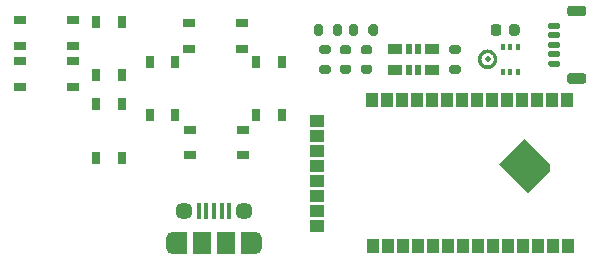
<source format=gbr>
%TF.GenerationSoftware,KiCad,Pcbnew,(5.1.9)-1*%
%TF.CreationDate,2021-08-08T21:49:21+01:00*%
%TF.ProjectId,glassphones - main pcb,676c6173-7370-4686-9f6e-6573202d206d,rev?*%
%TF.SameCoordinates,Original*%
%TF.FileFunction,Soldermask,Top*%
%TF.FilePolarity,Negative*%
%FSLAX46Y46*%
G04 Gerber Fmt 4.6, Leading zero omitted, Abs format (unit mm)*
G04 Created by KiCad (PCBNEW (5.1.9)-1) date 2021-08-08 21:49:21*
%MOMM*%
%LPD*%
G01*
G04 APERTURE LIST*
%ADD10R,1.219200X0.939800*%
%ADD11R,0.508000X0.939800*%
%ADD12R,0.400000X0.600000*%
%ADD13C,0.100000*%
%ADD14C,0.500000*%
%ADD15R,1.000000X0.750000*%
%ADD16R,0.750000X1.000000*%
%ADD17R,1.200000X1.900000*%
%ADD18O,1.200000X1.900000*%
%ADD19R,1.500000X1.900000*%
%ADD20C,1.450000*%
%ADD21R,0.400000X1.350000*%
%ADD22R,1.000000X1.200000*%
%ADD23R,1.200000X1.000000*%
G04 APERTURE END LIST*
%TO.C,J5*%
G36*
G01*
X186765000Y-43600000D02*
X186015000Y-43600000D01*
G75*
G02*
X185890000Y-43475000I0J125000D01*
G01*
X185890000Y-43225000D01*
G75*
G02*
X186015000Y-43100000I125000J0D01*
G01*
X186765000Y-43100000D01*
G75*
G02*
X186890000Y-43225000I0J-125000D01*
G01*
X186890000Y-43475000D01*
G75*
G02*
X186765000Y-43600000I-125000J0D01*
G01*
G37*
G36*
G01*
X186765000Y-42800000D02*
X186015000Y-42800000D01*
G75*
G02*
X185890000Y-42675000I0J125000D01*
G01*
X185890000Y-42425000D01*
G75*
G02*
X186015000Y-42300000I125000J0D01*
G01*
X186765000Y-42300000D01*
G75*
G02*
X186890000Y-42425000I0J-125000D01*
G01*
X186890000Y-42675000D01*
G75*
G02*
X186765000Y-42800000I-125000J0D01*
G01*
G37*
G36*
G01*
X186765000Y-42000000D02*
X186015000Y-42000000D01*
G75*
G02*
X185890000Y-41875000I0J125000D01*
G01*
X185890000Y-41625000D01*
G75*
G02*
X186015000Y-41500000I125000J0D01*
G01*
X186765000Y-41500000D01*
G75*
G02*
X186890000Y-41625000I0J-125000D01*
G01*
X186890000Y-41875000D01*
G75*
G02*
X186765000Y-42000000I-125000J0D01*
G01*
G37*
G36*
G01*
X186765000Y-41200000D02*
X186015000Y-41200000D01*
G75*
G02*
X185890000Y-41075000I0J125000D01*
G01*
X185890000Y-40825000D01*
G75*
G02*
X186015000Y-40700000I125000J0D01*
G01*
X186765000Y-40700000D01*
G75*
G02*
X186890000Y-40825000I0J-125000D01*
G01*
X186890000Y-41075000D01*
G75*
G02*
X186765000Y-41200000I-125000J0D01*
G01*
G37*
G36*
G01*
X186765000Y-40400000D02*
X186015000Y-40400000D01*
G75*
G02*
X185890000Y-40275000I0J125000D01*
G01*
X185890000Y-40025000D01*
G75*
G02*
X186015000Y-39900000I125000J0D01*
G01*
X186765000Y-39900000D01*
G75*
G02*
X186890000Y-40025000I0J-125000D01*
G01*
X186890000Y-40275000D01*
G75*
G02*
X186765000Y-40400000I-125000J0D01*
G01*
G37*
G36*
G01*
X188885000Y-45050000D02*
X187735000Y-45050000D01*
G75*
G02*
X187510000Y-44825000I0J225000D01*
G01*
X187510000Y-44375000D01*
G75*
G02*
X187735000Y-44150000I225000J0D01*
G01*
X188885000Y-44150000D01*
G75*
G02*
X189110000Y-44375000I0J-225000D01*
G01*
X189110000Y-44825000D01*
G75*
G02*
X188885000Y-45050000I-225000J0D01*
G01*
G37*
G36*
G01*
X188885000Y-39350000D02*
X187735000Y-39350000D01*
G75*
G02*
X187510000Y-39125000I0J225000D01*
G01*
X187510000Y-38675000D01*
G75*
G02*
X187735000Y-38450000I225000J0D01*
G01*
X188885000Y-38450000D01*
G75*
G02*
X189110000Y-38675000I0J-225000D01*
G01*
X189110000Y-39125000D01*
G75*
G02*
X188885000Y-39350000I-225000J0D01*
G01*
G37*
%TD*%
D10*
%TO.C,R2*%
X172950600Y-42136400D03*
D11*
X174106201Y-42136400D03*
X174906199Y-42136400D03*
D10*
X176049400Y-42136400D03*
X176049400Y-43863600D03*
D11*
X174906199Y-43863600D03*
X174106201Y-43863600D03*
D10*
X172950600Y-43863600D03*
%TD*%
D12*
%TO.C,U3*%
X182700000Y-41900000D03*
X182700000Y-44050000D03*
X182050000Y-41900000D03*
X182050000Y-44050000D03*
X183350000Y-41900000D03*
X183350000Y-44050000D03*
D13*
G36*
X180648947Y-43786071D02*
G01*
X180569541Y-43770276D01*
X180492066Y-43746774D01*
X180417267Y-43715791D01*
X180345865Y-43677626D01*
X180278548Y-43632646D01*
X180215964Y-43581285D01*
X180158715Y-43524036D01*
X180107354Y-43461452D01*
X180062374Y-43394135D01*
X180024209Y-43322733D01*
X179993226Y-43247934D01*
X179969724Y-43170459D01*
X179953929Y-43091053D01*
X179945994Y-43010481D01*
X179945994Y-42929519D01*
X179953929Y-42848947D01*
X179969724Y-42769541D01*
X179993226Y-42692066D01*
X180024209Y-42617267D01*
X180062374Y-42545865D01*
X180107354Y-42478548D01*
X180158715Y-42415964D01*
X180215964Y-42358715D01*
X180278548Y-42307354D01*
X180345865Y-42262374D01*
X180417267Y-42224209D01*
X180492066Y-42193226D01*
X180569541Y-42169724D01*
X180648947Y-42153929D01*
X180729519Y-42145994D01*
X180810481Y-42145994D01*
X180891053Y-42153929D01*
X180970459Y-42169724D01*
X181047934Y-42193226D01*
X181122733Y-42224209D01*
X181194135Y-42262374D01*
X181261452Y-42307354D01*
X181324036Y-42358715D01*
X181381285Y-42415964D01*
X181432646Y-42478548D01*
X181477626Y-42545865D01*
X181515791Y-42617267D01*
X181546774Y-42692066D01*
X181570276Y-42769541D01*
X181586071Y-42848947D01*
X181593069Y-42920000D01*
X181600000Y-42920000D01*
X181600000Y-42995761D01*
X181294368Y-42995761D01*
X181294368Y-42944239D01*
X181289318Y-42892967D01*
X181279266Y-42842435D01*
X181264311Y-42793133D01*
X181244594Y-42745534D01*
X181220308Y-42700096D01*
X181191684Y-42657258D01*
X181158999Y-42617432D01*
X181122568Y-42581001D01*
X181082742Y-42548316D01*
X181039904Y-42519692D01*
X180994466Y-42495406D01*
X180946867Y-42475689D01*
X180897565Y-42460734D01*
X180847033Y-42450682D01*
X180795761Y-42445632D01*
X180744239Y-42445632D01*
X180692967Y-42450682D01*
X180642435Y-42460734D01*
X180593133Y-42475689D01*
X180545534Y-42495406D01*
X180500096Y-42519692D01*
X180457258Y-42548316D01*
X180417432Y-42581001D01*
X180381001Y-42617432D01*
X180348316Y-42657258D01*
X180319692Y-42700096D01*
X180295406Y-42745534D01*
X180275689Y-42793133D01*
X180260734Y-42842435D01*
X180250682Y-42892967D01*
X180245632Y-42944239D01*
X180245632Y-42995761D01*
X180250682Y-43047033D01*
X180260734Y-43097565D01*
X180275689Y-43146867D01*
X180295406Y-43194466D01*
X180319692Y-43239904D01*
X180348316Y-43282742D01*
X180381001Y-43322568D01*
X180417432Y-43358999D01*
X180457258Y-43391684D01*
X180500096Y-43420308D01*
X180545534Y-43444594D01*
X180593133Y-43464311D01*
X180642435Y-43479266D01*
X180692967Y-43489318D01*
X180744239Y-43494368D01*
X180795761Y-43494368D01*
X180847033Y-43489318D01*
X180897565Y-43479266D01*
X180946867Y-43464311D01*
X180994466Y-43444594D01*
X181039904Y-43420308D01*
X181082742Y-43391684D01*
X181122568Y-43358999D01*
X181158999Y-43322568D01*
X181191684Y-43282742D01*
X181220308Y-43239904D01*
X181244594Y-43194466D01*
X181264311Y-43146867D01*
X181279266Y-43097565D01*
X181289318Y-43047033D01*
X181294368Y-42995761D01*
X181600000Y-42995761D01*
X181600000Y-43020000D01*
X181593069Y-43020000D01*
X181586071Y-43091053D01*
X181570276Y-43170459D01*
X181546774Y-43247934D01*
X181515791Y-43322733D01*
X181477626Y-43394135D01*
X181432646Y-43461452D01*
X181381285Y-43524036D01*
X181324036Y-43581285D01*
X181261452Y-43632646D01*
X181194135Y-43677626D01*
X181122733Y-43715791D01*
X181047934Y-43746774D01*
X180970459Y-43770276D01*
X180891053Y-43786071D01*
X180810481Y-43794006D01*
X180729519Y-43794006D01*
X180648947Y-43786071D01*
G37*
D14*
X180775000Y-42975000D03*
%TD*%
D15*
%TO.C,RST1*%
X145692987Y-45307263D03*
X141192987Y-45307263D03*
X141192987Y-43157263D03*
X145692987Y-43157263D03*
%TD*%
D16*
%TO.C,Ba1*%
X149771697Y-39801022D03*
X149771697Y-44301022D03*
X147621697Y-44301022D03*
X147621697Y-39801022D03*
%TD*%
D15*
%TO.C,Bu1*%
X159948978Y-42071697D03*
X155448978Y-42071697D03*
X155448978Y-39921697D03*
X159948978Y-39921697D03*
%TD*%
D16*
%TO.C,Br1*%
X161178303Y-47698978D03*
X161178303Y-43198978D03*
X163328303Y-43198978D03*
X163328303Y-47698978D03*
%TD*%
D15*
%TO.C,BOOT1*%
X141201022Y-39678303D03*
X145701022Y-39678303D03*
X145701022Y-41828303D03*
X141201022Y-41828303D03*
%TD*%
D16*
%TO.C,Bl1*%
X152178303Y-47698978D03*
X152178303Y-43198978D03*
X154328303Y-43198978D03*
X154328303Y-47698978D03*
%TD*%
D15*
%TO.C,Bd1*%
X155551022Y-48928303D03*
X160051022Y-48928303D03*
X160051022Y-51078303D03*
X155551022Y-51078303D03*
%TD*%
D16*
%TO.C,Bb1*%
X149771697Y-46801022D03*
X149771697Y-51301022D03*
X147621697Y-51301022D03*
X147621697Y-46801022D03*
%TD*%
D17*
%TO.C,J1*%
X154700000Y-58500000D03*
X160500000Y-58500000D03*
D18*
X161100000Y-58500000D03*
X154100000Y-58500000D03*
D19*
X156600000Y-58500000D03*
D20*
X160100000Y-55800000D03*
D21*
X157600000Y-55800000D03*
X158250000Y-55800000D03*
X158900000Y-55800000D03*
X156300000Y-55800000D03*
X156950000Y-55800000D03*
D20*
X155100000Y-55800000D03*
D19*
X158600000Y-58500000D03*
%TD*%
D13*
%TO.C,U1*%
G36*
X183900010Y-49699951D02*
G01*
X183900019Y-49699954D01*
X183900028Y-49699958D01*
X186020042Y-51819972D01*
X186020046Y-51819981D01*
X186020049Y-51819990D01*
X186020050Y-51820000D01*
X186020050Y-52490000D01*
X186020049Y-52490010D01*
X186020046Y-52490019D01*
X186020042Y-52490028D01*
X186020035Y-52490035D01*
X184220035Y-54280035D01*
X184220028Y-54280042D01*
X184220019Y-54280046D01*
X184220010Y-54280049D01*
X184220000Y-54280050D01*
X184219990Y-54280049D01*
X184219981Y-54280046D01*
X184219972Y-54280041D01*
X184219965Y-54280035D01*
X181769965Y-51820035D01*
X181769958Y-51820028D01*
X181769954Y-51820019D01*
X181769951Y-51820010D01*
X181769950Y-51820000D01*
X181769951Y-51819990D01*
X181769954Y-51819981D01*
X181769958Y-51819972D01*
X181769965Y-51819965D01*
X183899965Y-49699965D01*
X183899972Y-49699958D01*
X183899981Y-49699954D01*
X183899990Y-49699951D01*
X183900000Y-49699950D01*
X183900010Y-49699951D01*
G37*
D22*
X171025200Y-58800000D03*
X172295200Y-58800000D03*
X173565200Y-58800000D03*
X174835200Y-58800000D03*
X176105200Y-58800000D03*
X177375200Y-58800000D03*
X178645200Y-58800000D03*
X179915200Y-58800000D03*
X181185200Y-58800000D03*
X182455200Y-58800000D03*
X183725200Y-58800000D03*
X184995200Y-58800000D03*
X186265200Y-58800000D03*
X187535200Y-58800000D03*
X171013900Y-46460000D03*
X172283900Y-46460000D03*
X173553900Y-46460000D03*
X174823900Y-46460000D03*
X176093900Y-46460000D03*
X177363900Y-46460000D03*
X178633900Y-46460000D03*
X179903900Y-46460000D03*
X181173900Y-46460000D03*
X182443900Y-46460000D03*
X183713900Y-46460000D03*
X184983900Y-46460000D03*
X186253900Y-46460000D03*
X187523900Y-46460000D03*
D23*
X166350000Y-48175000D03*
X166350000Y-49445000D03*
X166350000Y-50715000D03*
X166350000Y-51985000D03*
X166350000Y-53255000D03*
X166350000Y-54525000D03*
X166350000Y-55795000D03*
X166350000Y-57065000D03*
%TD*%
%TO.C,R7*%
G36*
G01*
X167275000Y-44225000D02*
X166725000Y-44225000D01*
G75*
G02*
X166525000Y-44025000I0J200000D01*
G01*
X166525000Y-43625000D01*
G75*
G02*
X166725000Y-43425000I200000J0D01*
G01*
X167275000Y-43425000D01*
G75*
G02*
X167475000Y-43625000I0J-200000D01*
G01*
X167475000Y-44025000D01*
G75*
G02*
X167275000Y-44225000I-200000J0D01*
G01*
G37*
G36*
G01*
X167275000Y-42575000D02*
X166725000Y-42575000D01*
G75*
G02*
X166525000Y-42375000I0J200000D01*
G01*
X166525000Y-41975000D01*
G75*
G02*
X166725000Y-41775000I200000J0D01*
G01*
X167275000Y-41775000D01*
G75*
G02*
X167475000Y-41975000I0J-200000D01*
G01*
X167475000Y-42375000D01*
G75*
G02*
X167275000Y-42575000I-200000J0D01*
G01*
G37*
%TD*%
%TO.C,R6*%
G36*
G01*
X169025000Y-44225000D02*
X168475000Y-44225000D01*
G75*
G02*
X168275000Y-44025000I0J200000D01*
G01*
X168275000Y-43625000D01*
G75*
G02*
X168475000Y-43425000I200000J0D01*
G01*
X169025000Y-43425000D01*
G75*
G02*
X169225000Y-43625000I0J-200000D01*
G01*
X169225000Y-44025000D01*
G75*
G02*
X169025000Y-44225000I-200000J0D01*
G01*
G37*
G36*
G01*
X169025000Y-42575000D02*
X168475000Y-42575000D01*
G75*
G02*
X168275000Y-42375000I0J200000D01*
G01*
X168275000Y-41975000D01*
G75*
G02*
X168475000Y-41775000I200000J0D01*
G01*
X169025000Y-41775000D01*
G75*
G02*
X169225000Y-41975000I0J-200000D01*
G01*
X169225000Y-42375000D01*
G75*
G02*
X169025000Y-42575000I-200000J0D01*
G01*
G37*
%TD*%
%TO.C,R5*%
G36*
G01*
X170775000Y-42575000D02*
X170225000Y-42575000D01*
G75*
G02*
X170025000Y-42375000I0J200000D01*
G01*
X170025000Y-41975000D01*
G75*
G02*
X170225000Y-41775000I200000J0D01*
G01*
X170775000Y-41775000D01*
G75*
G02*
X170975000Y-41975000I0J-200000D01*
G01*
X170975000Y-42375000D01*
G75*
G02*
X170775000Y-42575000I-200000J0D01*
G01*
G37*
G36*
G01*
X170775000Y-44225000D02*
X170225000Y-44225000D01*
G75*
G02*
X170025000Y-44025000I0J200000D01*
G01*
X170025000Y-43625000D01*
G75*
G02*
X170225000Y-43425000I200000J0D01*
G01*
X170775000Y-43425000D01*
G75*
G02*
X170975000Y-43625000I0J-200000D01*
G01*
X170975000Y-44025000D01*
G75*
G02*
X170775000Y-44225000I-200000J0D01*
G01*
G37*
%TD*%
%TO.C,R4*%
G36*
G01*
X166825000Y-40225000D02*
X166825000Y-40775000D01*
G75*
G02*
X166625000Y-40975000I-200000J0D01*
G01*
X166225000Y-40975000D01*
G75*
G02*
X166025000Y-40775000I0J200000D01*
G01*
X166025000Y-40225000D01*
G75*
G02*
X166225000Y-40025000I200000J0D01*
G01*
X166625000Y-40025000D01*
G75*
G02*
X166825000Y-40225000I0J-200000D01*
G01*
G37*
G36*
G01*
X168475000Y-40225000D02*
X168475000Y-40775000D01*
G75*
G02*
X168275000Y-40975000I-200000J0D01*
G01*
X167875000Y-40975000D01*
G75*
G02*
X167675000Y-40775000I0J200000D01*
G01*
X167675000Y-40225000D01*
G75*
G02*
X167875000Y-40025000I200000J0D01*
G01*
X168275000Y-40025000D01*
G75*
G02*
X168475000Y-40225000I0J-200000D01*
G01*
G37*
%TD*%
%TO.C,R3*%
G36*
G01*
X169825000Y-40225000D02*
X169825000Y-40775000D01*
G75*
G02*
X169625000Y-40975000I-200000J0D01*
G01*
X169225000Y-40975000D01*
G75*
G02*
X169025000Y-40775000I0J200000D01*
G01*
X169025000Y-40225000D01*
G75*
G02*
X169225000Y-40025000I200000J0D01*
G01*
X169625000Y-40025000D01*
G75*
G02*
X169825000Y-40225000I0J-200000D01*
G01*
G37*
G36*
G01*
X171475000Y-40225000D02*
X171475000Y-40775000D01*
G75*
G02*
X171275000Y-40975000I-200000J0D01*
G01*
X170875000Y-40975000D01*
G75*
G02*
X170675000Y-40775000I0J200000D01*
G01*
X170675000Y-40225000D01*
G75*
G02*
X170875000Y-40025000I200000J0D01*
G01*
X171275000Y-40025000D01*
G75*
G02*
X171475000Y-40225000I0J-200000D01*
G01*
G37*
%TD*%
%TO.C,R1*%
G36*
G01*
X177725000Y-43425000D02*
X178275000Y-43425000D01*
G75*
G02*
X178475000Y-43625000I0J-200000D01*
G01*
X178475000Y-44025000D01*
G75*
G02*
X178275000Y-44225000I-200000J0D01*
G01*
X177725000Y-44225000D01*
G75*
G02*
X177525000Y-44025000I0J200000D01*
G01*
X177525000Y-43625000D01*
G75*
G02*
X177725000Y-43425000I200000J0D01*
G01*
G37*
G36*
G01*
X177725000Y-41775000D02*
X178275000Y-41775000D01*
G75*
G02*
X178475000Y-41975000I0J-200000D01*
G01*
X178475000Y-42375000D01*
G75*
G02*
X178275000Y-42575000I-200000J0D01*
G01*
X177725000Y-42575000D01*
G75*
G02*
X177525000Y-42375000I0J200000D01*
G01*
X177525000Y-41975000D01*
G75*
G02*
X177725000Y-41775000I200000J0D01*
G01*
G37*
%TD*%
%TO.C,C9*%
G36*
G01*
X181925000Y-40250000D02*
X181925000Y-40750000D01*
G75*
G02*
X181700000Y-40975000I-225000J0D01*
G01*
X181250000Y-40975000D01*
G75*
G02*
X181025000Y-40750000I0J225000D01*
G01*
X181025000Y-40250000D01*
G75*
G02*
X181250000Y-40025000I225000J0D01*
G01*
X181700000Y-40025000D01*
G75*
G02*
X181925000Y-40250000I0J-225000D01*
G01*
G37*
G36*
G01*
X183475000Y-40250000D02*
X183475000Y-40750000D01*
G75*
G02*
X183250000Y-40975000I-225000J0D01*
G01*
X182800000Y-40975000D01*
G75*
G02*
X182575000Y-40750000I0J225000D01*
G01*
X182575000Y-40250000D01*
G75*
G02*
X182800000Y-40025000I225000J0D01*
G01*
X183250000Y-40025000D01*
G75*
G02*
X183475000Y-40250000I0J-225000D01*
G01*
G37*
%TD*%
M02*

</source>
